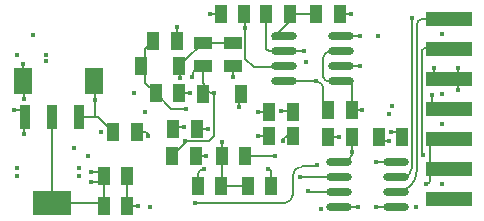
<source format=gbl>
%FSLAX25Y25*%
%MOIN*%
G70*
G01*
G75*
G04 Layer_Physical_Order=4*
G04 Layer_Color=16711680*
%ADD10C,0.00787*%
%ADD11R,0.03937X0.05906*%
%ADD12R,0.03543X0.00984*%
%ADD13O,0.06890X0.00787*%
%ADD14O,0.00787X0.06890*%
%ADD15O,0.01181X0.06890*%
%ADD16R,0.07874X0.01969*%
%ADD17R,0.07874X0.07874*%
%ADD18R,0.15748X0.04724*%
%ADD19O,0.08661X0.02362*%
%ADD20R,0.05906X0.03937*%
%ADD21R,0.04921X0.07874*%
%ADD22C,0.01575*%
%ADD23R,0.03740X0.08465*%
%ADD24R,0.12795X0.08465*%
%ADD25R,0.05906X0.08661*%
D10*
X134508Y51437D02*
G03*
X134646Y51575I0J138D01*
G01*
X129449Y19606D02*
G03*
X131890Y22047I0J2441D01*
G01*
X64173Y28346D02*
G03*
X62992Y29528I-1181J0D01*
G01*
X115354Y18110D02*
G03*
X112205Y14961I0J-3150D01*
G01*
X109449Y5906D02*
G03*
X112205Y8661I0J2756D01*
G01*
X117323Y9843D02*
G03*
X117559Y9606I236J0D01*
G01*
X161441Y16953D02*
G03*
X161902Y17446I-7071J7071D01*
G01*
X156693Y12205D02*
G03*
X158117Y13629I0J1424D01*
G01*
X163937Y57402D02*
G03*
X163858Y57480I-79J-0D01*
G01*
X163937Y57402D02*
G03*
X161525Y57106I0J-10000D01*
G01*
X156299Y57480D02*
G03*
X155176Y56357I0J-1123D01*
G01*
Y22580D02*
G03*
X155709Y22047I533J0D01*
G01*
X162913Y67323D02*
G03*
X162992Y67402I0J79D01*
G01*
X155512Y67323D02*
G03*
X153601Y65412I0J-1911D01*
G01*
X146514Y9606D02*
G03*
X153601Y16693I0J7087D01*
G01*
X148916Y14606D02*
G03*
X152026Y17717I0J3110D01*
G01*
X82677Y17323D02*
G03*
X80512Y15157I0J-2165D01*
G01*
X92323Y47835D02*
G03*
X92520Y47638I197J0D01*
G01*
X105118Y16535D02*
G03*
X104331Y17323I-787J0D01*
G01*
X122441Y48031D02*
G03*
X124016Y46457I1575J0D01*
G01*
X124547Y56437D02*
G03*
X122441Y54331I0J-2106D01*
G01*
X131890Y46063D02*
G03*
X130987Y46437I-903J-903D01*
G01*
X140945Y27953D02*
G03*
X142323Y26575I1378J0D01*
G01*
X148819Y27953D02*
G03*
X147244Y29528I-1575J0D01*
G01*
X122821Y36963D02*
G03*
X123819Y36811I998J3194D01*
G01*
X122582Y37048D02*
G03*
X122821Y36963I239J295D01*
G01*
X122441Y44094D02*
G03*
X120098Y46437I-2342J0D01*
G01*
X122582Y37048D02*
G03*
X122821Y36963I1237J3109D01*
G01*
X122441Y37343D02*
G03*
X122582Y37048I380J0D01*
G01*
X82185Y51476D02*
G03*
X78740Y48031I0J-3445D01*
G01*
X82480Y45866D02*
G03*
X85827Y42520I3347J0D01*
G01*
X128347Y51437D02*
X134508D01*
X127617Y19606D02*
X129449D01*
X88583Y11516D02*
Y21654D01*
X88484Y11417D02*
X88583Y11516D01*
X60236Y29528D02*
X62992D01*
X19291Y37008D02*
X22835D01*
X115354Y18110D02*
X120472D01*
X112205Y8661D02*
Y14961D01*
X79724Y5906D02*
X109449D01*
X117559Y9606D02*
X127617D01*
X88583Y21654D02*
Y26181D01*
X76484Y53573D02*
X82480Y59350D01*
X74410Y51575D02*
X76484Y53573D01*
X100787Y36220D02*
X104331D01*
X63976Y28346D02*
X64173D01*
X64173Y28346D01*
X72047Y21654D02*
X76378Y25984D01*
Y26709D01*
X88484Y11417D02*
X97244D01*
X108268Y36614D02*
X111811D01*
X49213Y6890D02*
Y14764D01*
X44882Y12992D02*
X48425D01*
X44882Y16142D02*
X48425D01*
X22441Y48819D02*
Y52362D01*
X129921Y4724D02*
X133465D01*
X158117Y13629D02*
Y27559D01*
X140157Y4724D02*
X143701D01*
X140157Y19685D02*
X143701D01*
X57087Y4921D02*
X60630D01*
X57087D02*
Y13780D01*
X22638Y40748D02*
Y44291D01*
Y28937D02*
Y32480D01*
X62992Y46063D02*
Y57087D01*
X66535Y42520D02*
X71653Y37402D01*
X62992Y46063D02*
X66535Y42520D01*
X62992Y57087D02*
X65748Y59842D01*
X73819Y61024D02*
Y64567D01*
X74803Y47638D02*
Y51181D01*
X74410Y42520D02*
X77953D01*
X94488Y37795D02*
Y41339D01*
X100787Y28346D02*
X104331D01*
X79921Y21654D02*
X83465D01*
X80315Y30709D02*
X83858D01*
X127953Y68898D02*
X131496D01*
X84646D02*
X88189D01*
X31890Y5906D02*
X48228D01*
X31890D02*
Y34646D01*
X99213Y51181D02*
X109193D01*
X109449Y51437D01*
X96457Y53937D02*
X99213Y51181D01*
X96063Y68898D02*
X96457Y68504D01*
X103347Y57284D02*
Y68898D01*
Y57284D02*
X104193Y56437D01*
X109449D01*
X115886D02*
X116142Y56693D01*
X109449Y56437D02*
X115886D01*
X46457Y34646D02*
Y40157D01*
X47244Y34646D02*
X52362Y29528D01*
X40945Y34646D02*
X46457D01*
X47244D01*
X46457Y40157D02*
Y46112D01*
X97244Y21654D02*
X106299D01*
X114567Y14606D02*
X127617D01*
X153601Y16693D02*
Y65412D01*
X152026Y17717D02*
Y67716D01*
X163937Y57402D02*
X164370D01*
X156299Y57480D02*
X163858D01*
X155176Y22580D02*
Y56357D01*
X155512Y67323D02*
X162913D01*
X162992Y67402D02*
X164370D01*
X146514Y14606D02*
X148916D01*
X151969Y67716D02*
X152026D01*
X158760Y37402D02*
Y42028D01*
Y37402D02*
X164370D01*
X105709Y61024D02*
X111221Y66535D01*
X105709Y60650D02*
Y61024D01*
X111221Y66535D02*
Y68898D01*
X120079D01*
X161800Y67106D02*
X161909D01*
X131890Y22047D02*
Y22835D01*
Y25591D01*
X123819Y27953D02*
X124016D01*
X131890Y37008D02*
X131890Y37008D01*
X131102Y61417D02*
X134646D01*
X124016Y27953D02*
X127559D01*
X48228Y5906D02*
X49213Y6890D01*
X80512Y11516D02*
Y15157D01*
X92323Y47835D02*
Y51476D01*
X105118Y11417D02*
Y16535D01*
X131693Y36811D02*
X135236D01*
X122441Y48031D02*
Y54331D01*
X124547Y56437D02*
X128347D01*
X124016Y46457D02*
X128347D01*
Y46437D02*
X130987D01*
X131890Y37008D02*
Y46063D01*
X142323Y26575D02*
X144291D01*
X145079Y29528D02*
X147244D01*
X159449Y47244D02*
Y50787D01*
X167323Y43701D02*
Y50787D01*
X109449Y46437D02*
X120098D01*
X123819Y36811D02*
X124803D01*
X122441Y37343D02*
Y44094D01*
X82480Y59350D02*
X92323D01*
X96457Y53937D02*
Y64173D01*
Y68504D01*
X86024Y28150D02*
Y42323D01*
X84449Y26575D02*
X86024Y28150D01*
X76512Y26575D02*
X84449D01*
X76378Y26709D02*
X76512Y26575D01*
X82185Y51476D02*
X82480D01*
X108760Y26870D02*
X110236Y28346D01*
X85827Y42520D02*
X86024Y42323D01*
X82480Y45866D02*
Y51476D01*
X72441Y30709D02*
X72835Y31102D01*
X75984D01*
X71653Y37402D02*
X76772D01*
D11*
X96457Y21654D02*
D03*
X88583D02*
D03*
X127953Y68898D02*
D03*
X120079D02*
D03*
X111221D02*
D03*
X103347D02*
D03*
X96063D02*
D03*
X88189D02*
D03*
X124016Y37008D02*
D03*
X131890D02*
D03*
X72441Y30709D02*
D03*
X80315D02*
D03*
X65748Y59842D02*
D03*
X73622D02*
D03*
X148819Y27953D02*
D03*
X140945D02*
D03*
X131890D02*
D03*
X124016D02*
D03*
X74410Y42520D02*
D03*
X66535D02*
D03*
X104331Y36220D02*
D03*
X112205D02*
D03*
X97244Y11417D02*
D03*
X105118D02*
D03*
X88386Y11516D02*
D03*
X80512D02*
D03*
X104331Y28346D02*
D03*
X112205D02*
D03*
X79921Y21654D02*
D03*
X72047D02*
D03*
X57087Y14764D02*
D03*
X49213D02*
D03*
X60236Y29528D02*
D03*
X52362D02*
D03*
X49213Y4921D02*
D03*
X57087D02*
D03*
X94882Y42126D02*
D03*
X82284D02*
D03*
X74410Y51575D02*
D03*
X61811D02*
D03*
D18*
X164370Y7402D02*
D03*
Y17402D02*
D03*
Y27402D02*
D03*
Y37402D02*
D03*
Y47402D02*
D03*
Y57402D02*
D03*
Y67402D02*
D03*
D19*
X128347Y61437D02*
D03*
Y56437D02*
D03*
Y51437D02*
D03*
Y46437D02*
D03*
X109449Y61437D02*
D03*
Y56437D02*
D03*
Y51437D02*
D03*
Y46437D02*
D03*
X146514Y19606D02*
D03*
Y14606D02*
D03*
Y9606D02*
D03*
Y4606D02*
D03*
X127617Y19606D02*
D03*
Y14606D02*
D03*
Y9606D02*
D03*
Y4606D02*
D03*
D20*
X82480Y59350D02*
D03*
Y51476D02*
D03*
X92323Y59350D02*
D03*
Y51476D02*
D03*
D22*
X63976Y28346D02*
D03*
X76378Y26709D02*
D03*
X44882Y12992D02*
D03*
Y16142D02*
D03*
X64567Y4724D02*
D03*
X43851Y21654D02*
D03*
X48472Y29528D02*
D03*
X19291Y37008D02*
D03*
X22441Y52362D02*
D03*
X140551Y61417D02*
D03*
X140157Y4724D02*
D03*
X167323Y43701D02*
D03*
X159449Y50787D02*
D03*
X167323D02*
D03*
X140157Y19685D02*
D03*
X153347Y4528D02*
D03*
X144291Y26575D02*
D03*
Y35433D02*
D03*
X145079Y29528D02*
D03*
X145276Y38386D02*
D03*
X60630Y4921D02*
D03*
X22638Y40748D02*
D03*
Y28937D02*
D03*
X39327Y24311D02*
D03*
X40945Y14764D02*
D03*
Y17717D02*
D03*
X20276Y14764D02*
D03*
Y17717D02*
D03*
Y55118D02*
D03*
X29921D02*
D03*
Y53150D02*
D03*
X25591Y61811D02*
D03*
X73819Y64567D02*
D03*
X74803Y47638D02*
D03*
X77953Y42520D02*
D03*
X94488Y37795D02*
D03*
X100787Y36220D02*
D03*
Y28346D02*
D03*
X83465Y21654D02*
D03*
X88583Y26181D02*
D03*
X83858Y30709D02*
D03*
X127559Y27953D02*
D03*
X135236Y36811D02*
D03*
X131496Y68898D02*
D03*
X84646D02*
D03*
X120098Y46437D02*
D03*
X116142Y56693D02*
D03*
X46457Y40157D02*
D03*
X109055Y26575D02*
D03*
X108268Y36614D02*
D03*
X92323Y47835D02*
D03*
X85827Y42520D02*
D03*
X106299Y21654D02*
D03*
X103937Y17323D02*
D03*
X82677D02*
D03*
X120276Y18504D02*
D03*
X114567Y14606D02*
D03*
X117323Y9843D02*
D03*
X79724Y5906D02*
D03*
X155709Y22047D02*
D03*
X152026Y67716D02*
D03*
X156693Y12205D02*
D03*
X158760Y42028D02*
D03*
X161909Y12087D02*
D03*
Y32126D02*
D03*
Y62126D02*
D03*
Y42126D02*
D03*
X133858Y4724D02*
D03*
X121653Y3937D02*
D03*
X131890Y22835D02*
D03*
X134646Y61417D02*
D03*
X134646Y51575D02*
D03*
X116535Y52756D02*
D03*
X96457Y64173D02*
D03*
X78740Y48031D02*
D03*
X59449Y42520D02*
D03*
X62992Y36220D02*
D03*
X75984Y31102D02*
D03*
X76772Y37402D02*
D03*
D23*
X22835Y34646D02*
D03*
X31890D02*
D03*
X40945D02*
D03*
D24*
X31890Y5906D02*
D03*
D25*
X46063Y46506D02*
D03*
X22441D02*
D03*
M02*

</source>
